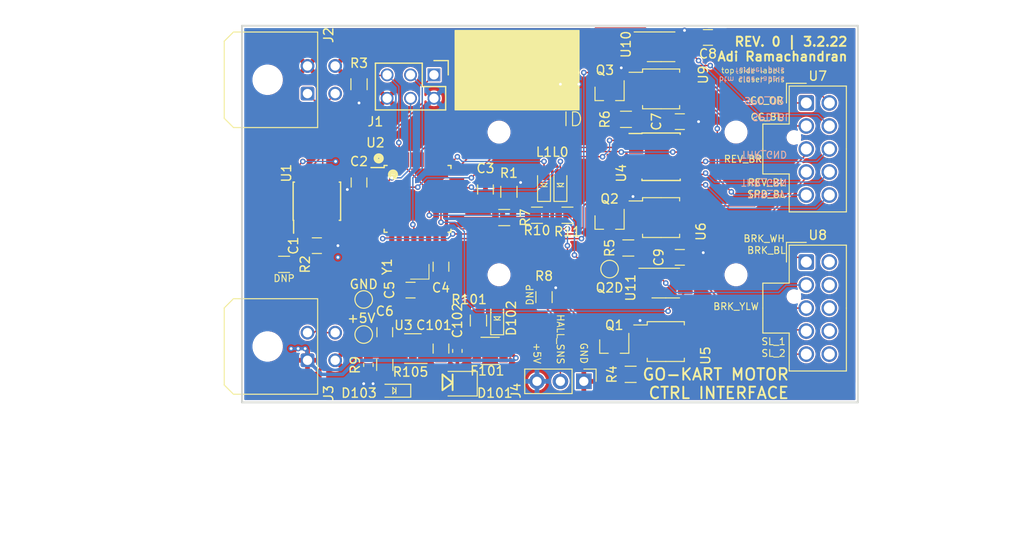
<source format=kicad_pcb>
(kicad_pcb (version 20211014) (generator pcbnew)
  (layers (0 "F.Cu" power) (31 "B.Cu" power) (34 "B.Paste" user) (35 "F.Paste" user) (36 "B.SilkS" user "B.Silkscreen") (37 "F.SilkS" user "F.Silkscreen") (38 "B.Mask" user) (39 "F.Mask" user) (44 "Edge.Cuts" user))
  (net 0 "")
  (net 1 "GND")
  (net 2 "Net-(C101-Pad1)")
  (net 3 "Net-(D102-Pad2)")
  (net 4 "Net-(D103-Pad2)")
  (net 5 "+5V")
  (net 6 "Net-(C3-Pad1)")
  (net 7 "Net-(C4-Pad1)")
  (net 8 "Net-(C5-Pad1)")
  (net 9 "Net-(C6-Pad1)")
  (net 10 "+BATT")
  (net 11 "/RESET")
  (net 12 "/MOSI")
  (net 13 "/SCK")
  (net 14 "/MISO")
  (net 15 "/CAN_+")
  (net 16 "/CAN_-")
  (net 17 "Net-(Q1-Pad3)")
  (net 18 "/SL_MODE")
  (net 19 "Net-(Q2-Pad3)")
  (net 20 "/REVERSE")
  (net 21 "Net-(Q3-Pad3)")
  (net 22 "/CRUISE_CONTROL")
  (net 23 "Net-(R4-Pad1)")
  (net 24 "Net-(R5-Pad1)")
  (net 25 "Net-(R6-Pad1)")
  (net 26 "/ID_PULLDOWN")
  (net 27 "/HALL_SNS")
  (net 28 "Net-(U1-Pad5)")
  (net 29 "/CAN_RX")
  (net 30 "/CAN_TX")
  (net 31 "Net-(U2-Pad32)")
  (net 32 "/BRK_INH")
  (net 33 "Net-(U2-Pad29)")
  (net 34 "/SPD_A")
  (net 35 "/SPD_INH")
  (net 36 "/POT_U~{D}")
  (net 37 "/POT_~{CS}")
  (net 38 "/POT_CLK")
  (net 39 "Net-(U2-Pad21)")
  (net 40 "Net-(U2-Pad15)")
  (net 41 "Net-(U2-Pad14)")
  (net 42 "Net-(U2-Pad13)")
  (net 43 "/BRK_A")
  (net 44 "/CONN_THR_GND")
  (net 45 "/CONN_THR_GREEN")
  (net 46 "/CONN_THR_5V")
  (net 47 "/CONN_SL_1")
  (net 48 "/CONN_SL_2")
  (net 49 "/CONN_REVERSE_BROWN")
  (net 50 "/CONN_REVERSE_BLACK")
  (net 51 "/CONN_SPD_ORANGE")
  (net 52 "/CONN_SPD_BLACK")
  (net 53 "/CONN_SPD_BLUE")
  (net 54 "/CONN_CC_ORANGE")
  (net 55 "/CONN_CC_BLACK")
  (net 56 "Net-(U8-Pad10)")
  (net 57 "Net-(U8-Pad9)")
  (net 58 "Net-(U8-Pad8)")
  (net 59 "Net-(U8-Pad7)")
  (net 60 "Net-(U8-Pad6)")
  (net 61 "/CONN_BRK_YELLOW")
  (net 62 "/CONN_BRK_BLACK")
  (net 63 "/CONN_BRK_WHITE")
  (net 64 "Net-(D1-Pad1)")
  (net 65 "/LED_1")
  (net 66 "Net-(D2-Pad1)")
  (net 67 "/LED_0")
  (footprint "footprints:Fuse_1210" (layer "F.Cu") (at 151.384 114.046)
    (fp_text reference "F101")
    (fp_text value "F_500mA_16V" hide)
  )
  (footprint "footprints:R_0805_OEM" (layer "F.Cu") (at 139.954 115.57 -90)
    (fp_text reference "R105")
    (fp_text value "R_200" hide)
  )
  (footprint "footprints:LED_0805_OEM" (layer "F.Cu") (at 140.97 118.364 180)
    (fp_text reference "D103")
    (fp_text value "LED_0805" hide)
  )
  (footprint "footprints:LED_0805_OEM" (layer "F.Cu") (at 152.146 110.49 90)
    (fp_text reference "D102")
    (fp_text value "LED_0805" hide)
  )
  (footprint "footprints:C_0805_OEM" (layer "F.Cu") (at 146.05 113.792 90)
    (fp_text reference "C101")
    (fp_text value "C_0.1uF" hide)
  )
  (footprint "footprints:C_0603_1608Metric" (layer "F.Cu") (at 147.828 114.046 90)
    (fp_text reference "C102")
    (fp_text value "C_2.2uF")
  )
  (footprint "footprints:R_0805_OEM" (layer "F.Cu") (at 150.114 110.744 90)
    (fp_text reference "R101")
    (fp_text value "R_1K" hide)
  )
  (footprint "footprints:C_0805_OEM" (layer "F.Cu") (at 132.588 102.616 180)
    (fp_text reference "C1")
    (fp_text value "C_0.1uF" hide)
  )
  (footprint "footprints:C_0805_OEM" (layer "F.Cu") (at 137.16 95.758 90)
    (fp_text reference "C2")
    (fp_text value "C_0.1uF" hide)
  )
  (footprint "footprints:C_0805_OEM" (layer "F.Cu") (at 146.05 104.902 -90)
    (fp_text reference "C4")
    (fp_text value "C_30pF" hide)
  )
  (footprint "footprints:C_0805_OEM" (layer "F.Cu") (at 142.748 107.442)
    (fp_text reference "C5")
    (fp_text value "C_30pF" hide)
  )
  (footprint "footprints:C_0805_OEM" (layer "F.Cu") (at 139.954 112.014 90)
    (fp_text reference "C6")
    (fp_text value "C_1uF" hide)
  )
  (footprint "footprints:R_0805_OEM" (layer "F.Cu") (at 153.416 96.774 -90)
    (fp_text reference "R1")
    (fp_text value "R_100" hide)
  )
  (footprint "footprints:R_0805_OEM" (layer "F.Cu") (at 129.032 104.648)
    (fp_text reference "R2")
    (fp_text value "R_120_DNP" hide)
  )
  (footprint "footprints:R_0805_OEM" (layer "F.Cu") (at 166.624 116.586 180)
    (fp_text reference "R4")
    (fp_text value "R_1K" hide)
  )
  (footprint "footprints:R_0805_OEM" (layer "F.Cu") (at 166.37 102.87 180)
    (fp_text reference "R5")
    (fp_text value "R_1K" hide)
  )
  (footprint "footprints:SOIC-8_3.9x4.9mm_Pitch1.27mm_OEM" (layer "F.Cu") (at 132.588 97.79 90)
    (fp_text reference "U1")
    (fp_text value "MCP2561-E_SN" hide)
  )
  (footprint "footprints:TQFP-32_7x7mm_Pitch0.8mm" (layer "F.Cu") (at 143.51 97.536)
    (fp_text reference "U2")
    (fp_text value "ATMEGA16M1" hide)
  )
  (footprint "Package_SO:SOP-4_3.8x4.1mm_P2.54mm" (layer "F.Cu") (at 169.926 99.568)
    (fp_text reference "U6")
    (fp_text value "CPC1004N")
  )
  (footprint "footprints:NanoFit_VT_10" (layer "F.Cu") (at 185.674 87.122)
    (fp_text reference "U7")
    (fp_text value "NanoFit_VT_TH_10")
  )
  (footprint "footprints:NanoFit_VT_10" (layer "F.Cu") (at 185.674 104.394)
    (fp_text reference "U8")
    (fp_text value "NanoFit_VT_TH_10")
  )
  (footprint "Package_SO:MSOP-8_3x3mm_P0.65mm" (layer "F.Cu") (at 170.434 106.68)
    (fp_text reference "U11")
    (fp_text value "SN74LVC2G53")
  )
  (footprint "footprints:Crystal_SMD_FA238" (layer "F.Cu") (at 142.748 104.648 180)
    (fp_text reference "Y1")
    (fp_text value "Crystal_SMD" hide)
  )
  (footprint "footprints:MicroFit_RA_4" (layer "F.Cu") (at 131.572 115.062 90)
    (fp_text reference "J3")
    (fp_text value "MicroFit_RA_4")
  )
  (footprint "Package_SO:SOP-4_3.8x4.1mm_P2.54mm" (layer "F.Cu") (at 170.434 113.03)
    (fp_text reference "U5")
    (fp_text value "CPC1004N")
  )
  (footprint "footprints:SOT-23F" (layer "F.Cu") (at 164.338 100.076 -90)
    (fp_text reference "Q2")
    (fp_text value "SSM3K333R" hide)
  )
  (footprint "footprints:C_0805_OEM" (layer "F.Cu") (at 171.958 89.154 180)
    (fp_text reference "C7")
    (fp_text value "C_0.1uF" hide)
  )
  (footprint "footprints:C_0805_OEM" (layer "F.Cu") (at 171.958 103.886 180)
    (fp_text reference "C9")
    (fp_text value "C_0.1uF" hide)
  )
  (footprint "footprints:C_0805_OEM" (layer "F.Cu") (at 175.006 80.01)
    (fp_text reference "C8")
    (fp_text value "C_0.1uF" hide)
  )
  (footprint "footprints:R_0805_OEM" (layer "F.Cu") (at 152.908 99.568)
    (fp_text reference "R7")
    (fp_text value "R_10K" hide)
  )
  (footprint "Connector_PinHeader_2.54mm:PinHeader_1x03_P2.54mm_Vertical" (layer "F.Cu") (at 161.544 117.348 -90)
    (fp_text reference "J4")
    (fp_text value "CONN_01X03")
  )
  (footprint "footprints:SOIC-8_3.9x4.9mm_Pitch1.27mm_OEM" (layer "F.Cu") (at 169.926 92.964)
    (fp_text reference "U4")
    (fp_text value "AD5220BRZ50" hide)
  )
  (footprint "Package_SO:MSOP-8_3x3mm_P0.65mm" (layer "F.Cu") (at 169.926 81.026)
    (fp_text reference "U10")
    (fp_text value "SN74LVC2G53")
  )
  (footprint "Package_SO:SOP-4_3.8x4.1mm_P2.54mm" (layer "F.Cu") (at 169.926 85.598)
    (fp_text reference "U9")
    (fp_text value "CPC1004N")
  )
  (footprint "footprints:SOT-23F" (layer "F.Cu") (at 164.338 86.106 -90)
    (fp_text reference "Q3")
    (fp_text value "SSM3K333R" hide)
  )
  (footprint "footprints:R_0805_OEM" (layer "F.Cu") (at 166.116 88.9 180)
    (fp_text reference "R6")
    (fp_text value "R_1K" hide)
  )
  (footprint "footprints:C_0805_OEM" (layer "F.Cu") (at 150.876 96.52 90)
    (fp_text reference "C3")
    (fp_text value "C_100pF" hide)
  )
  (footprint "footprints:R_0805_OEM" (layer "F.Cu") (at 157.226 108.204 -90)
    (fp_text reference "R8")
    (fp_text value "R_10K" hide)
  )
  (footprint "footprints:R_0805_OEM" (layer "F.Cu") (at 137.16 85.09 90)
    (fp_text reference "R3")
    (fp_text value "R_10K" hide)
  )
  (footprint "footprints:Pin_Header_Straight_2x03" (layer "F.Cu") (at 145.288 84.074 -90)
    (fp_text reference "J1")
    (fp_text value "CONN_02X03" hide)
  )
  (footprint "formula:MountingHole_2.2mm_M2" (layer "F.Cu") (at 178.054 90.286)
    (fp_text reference "REF**")
    (fp_text value "MountingHole_2.2mm_M2" hide)
  )
  (footprint "footprints:DO-214AA" (layer "F.Cu") (at 146.812 117.602 180)
    (fp_text reference "D101")
    (fp_text value "D_Zener_18V" hide)
  )
  (footprint "footprints:R_0603_1608Metric" (layer "F.Cu") (at 138.176 115.57 90)
    (fp_text reference "R9")
    (fp_text value "R_0")
  )
  (footprint "footprints:SOT-23-5" (layer "F.Cu") (at 143.002 113.792 180)
    (fp_text reference "U3")
    (fp_text value "AP7370")
  )
  (footprint "footprints:SOT-23F" (layer "F.Cu") (at 164.846 113.538 -90)
    (fp_text reference "Q1")
    (fp_text value "SSM3K333R" hide)
  )
  (footprint "footprints:MicroFit_RA_4" (layer "F.Cu") (at 131.572 86.106 90)
    (fp_text reference "J2")
    (fp_text value "MicroFit_RA_4")
  )
  (footprint "footprints:LED_0805_OEM" (layer "F.Cu") (at 159.004 96.012 90)
    (fp_text reference "L0")
    (fp_text value "LED_0805" hide)
  )
  (footprint "TestPoint:TestPoint_Pad_D1.5mm" (layer "F.Cu") (at 137.668 108.458)
    (fp_text reference "GND")
    (fp_text value "Test_Point_SMD")
  )
  (footprint "TestPoint:TestPoint_Pad_D1.5mm" (layer "F.Cu") (at 137.668 112.268)
    (fp_text reference "+5V")
    (fp_text value "Test_Point_SMD")
  )
  (footprint "footprints:R_0805_OEM" (layer "F.Cu") (at 156.464 99.314 180)
    (fp_text reference "R10")
    (fp_text value "R_499" hide)
  )
  (footprint "footprints:LED_0805_OEM" (layer "F.Cu") (at 157.226 96.012 90)
    (fp_text reference "L1")
    (fp_text value "LED_0805" hide)
  )
  (footprint "footprints:R_0805_OEM" (layer "F.Cu") (at 159.766 99.314)
    (fp_text reference "R11")
    (fp_text value "R_499" hide)
  )
  (footprint "TestPoint:TestPoint_Pad_D1.5mm" (layer "F.Cu") (at 164.338 105.156)
    (fp_text reference "Q2D")
    (fp_text value "Test_Point_SMD")
  )
  (footprint "formula:MountingHole_2.2mm_M2" (layer "F.Cu") (at 178.054 105.78)
    (fp_text reference "REF**")
    (fp_text value "MountingHole_2.2mm_M2" hide)
  )
  (footprint "formula:MountingHole_2.2mm_M2" (layer "F.Cu") (at 152.348 105.78)
    (fp_text reference "REF**")
    (fp_text value "MountingHole_2.2mm_M2" hide)
  )
  (footprint "formula:MountingHole_2.2mm_M2" (layer "F.Cu") (at 152.348 90.286)
    (fp_text reference "REF**")
    (fp_text value "MountingHole_2.2mm_M2" hide)
  )
  (gr_poly (pts (xy 161.036 87.884) (xy 147.574 87.884) (xy 147.574 79.248) (xy 161.036 79.248)) (layer "F.SilkS") (width 0.1) (fill solid))
  (gr_line (start 191.262 119.634) (end 124.46 119.634) (layer "Edge.Cuts") (width 0.2))
  (gr_line (start 124.46 78.74) (end 191.262 78.74) (layer "Edge.Cuts") (width 0.2))
  (gr_line (start 124.46 119.634) (end 124.46 78.74) (layer "Edge.Cuts") (width 0.2))
  (gr_line (start 191.262 78.74) (end 191.262 119.634) (layer "Edge.Cuts") (width 0.2))
  (gr_text "~{gnarly}" (at 189.992 118.11) (layer "F.Cu") (effects (font (size 0.4 0.4) (thickness 0.06) italic)))
  (gr_text "SPD_OR" (at 181.102 86.868 180) (layer "B.SilkS") (effects (font (size 0.75 0.75) (thickness 0.11)) (justify mirror)))
  (gr_text "THR_5V" (at 181.356 97.028 180) (layer "B.SilkS") (effects (font (size 0.75 0.75) (thickness 0.11)) (justify mirror)))
  (gr_text "THR_GRN" (at 181.102 95.758 180) (layer "B.SilkS") (effects (font (size 0.75 0.75) (thickness 0.11)) (justify mirror)))
  (gr_text "btm side labels\nfurther pins" (at 183.388 84.074 180) (layer "B.SilkS") (effects (font (size 0.6 0.6) (thickness 0.08)) (justify right mirror)))
  (gr_text "SPD_BL\n" (at 181.864 88.646 180) (layer "B.SilkS") (effects (font (size 0.75 0.75) (thickness 0.11)) (justify mirror)))
  (gr_text "THR_GND" (at 181.102 92.71 180) (layer "B.SilkS") (effects (font (size 0.75 0.75) (thickness 0.11)) (justify mirror)))
  (gr_text "BRK_YLW" (at 178.054 109.22) (layer "F.SilkS") (effects (font (size 0.75 0.75) (thickness 0.11))))
  (gr_text "REV_BL" (at 181.356 95.758) (layer "F.SilkS") (effects (font (size 0.75 0.75) (thickness 0.11))))
  (gr_text "CC_BL" (at 181.356 88.646) (layer "F.SilkS") (effects (font (size 0.75 0.75) (thickness 0.11))))
  (gr_text "SPD_BL" (at 181.356 97.028) (layer "F.SilkS") (effects (font (size 0.75 0.75) (thickness 0.11))))
  (gr_text "CC_OR" (at 181.356 86.868) (layer "F.SilkS") (effects (font (size 0.75 0.75) (thickness 0.11))))
  (gr_text "REV. 0 | 3.2.22\nAdi Ramachandran" (at 190.246 81.28) (layer "F.SilkS") (effects (font (size 1 1) (thickness 0.2)) (justify right)))
  (gr_text "HALL_SNS" (at 159.004 112.776 270) (layer "F.SilkS") (effects (font (size 0.75 0.75) (thickness 0.11))))
  (gr_text "+5V" (at 156.464 114.3 270) (layer "F.SilkS") (effects (font (size 0.75 0.75) (thickness 0.11))))
  (gr_text "GO-KART MOTOR\nCTRL INTERFACE\n" (at 183.896 117.602) (layer "F.SilkS") (effects (font (size 1.25 1.25) (thickness 0.2)) (justify right)))
  (gr_text "GND" (at 161.544 114.3 270) (layer "F.SilkS") (effects (font (size 0.75 0.75) (thickness 0.11))))
  (gr_text "REV_BR" (at 178.816 93.218) (layer "F.SilkS") (effects (font (size 0.75 0.75) (thickness 0.11))))
  (gr_text "BRK_BL" (at 181.356 103.124) (layer "F.SilkS") (effects (font (size 0.75 0.75) (thickness 0.11))))
  (gr_text "BRK_WH" (at 181.102 101.854) (layer "F.SilkS") (effects (font (size 0.75 0.75) (thickness 0.11))))
  (gr_text "SL_2" (at 182.118 114.3) (layer "F.SilkS") (effects (font (size 0.75 0.75) (thickness 0.11))))
  (gr_text "top side labels\ncloser pins" (at 183.388 84.074) (layer "F.SilkS") (effects (font (size 0.6 0.6) (thickness 0.08)) (justify right)))
  (gr_text "ID" (at 161.544 88.9) (layer "F.SilkS") (effects (font (size 1.5 1.5) (thickness 0.12)) (justify right)))
  (gr_text "DNP" (at 155.702 107.95 90) (layer "F.SilkS") (effects (font (size 0.75 0.75) (thickness 0.11))))
  (gr_text "SL_1" (at 182.118 113.03) (layer "F.SilkS") (effects (font (size 0.75 0.75) (thickness 0.11))))
  (gr_text "DNP" (at 129.032 106.172) (layer "F.SilkS") (effects (font (size 0.75 0.75) (thickness 0.11))))
  (segment (start 131.588 102.878) (end 132.596 103.886) (width 0.1524) (layer "F.Cu") (net 1))
  (segment (start 141.648 103.848) (end 141.748 103.848) (width 0.1524) (layer "F.Cu") (net 1))
  (segment (start 143.748 105.548) (end 143.848 105.448) (width 0.1524) (layer "F.Cu") (net 1))
  (segment (start 132.596 103.886) (end 134.874 103.886) (width 0.1524) (layer "F.Cu") (net 1))
  (segment (start 167.8135 81.351) (end 167.8135 82.001) (width 0.1524) (layer "F.Cu") (net 1))
  (segment (start 144.302 105.902) (end 143.848 105.448) (width 0.1524) (layer "F.Cu") (net 1))
  (segment (start 153.858 99.568) (end 155.26 99.568) (width 0.1524) (layer "F.Cu") (net 1))
  (segment (start 163.388 85.056) (end 161.0446 85.056) (width 0.1524) (layer "F.Cu") (net 1))
  (segment (start 131.588 102.616) (end 131.588 100.855) (width 0.1524) (layer "F.Cu") (net 1))
  (segment (start 155.26 99.568) (end 155.514 99.314) (width 0.1524) (layer "F.Cu") (net 1))
  (segment (start 131.588 100.855) (end 131.953 100.49) (width 0.1524) (layer "F.Cu") (net 1))
  (segment (start 146.05 105.902) (end 144.302 105.902) (width 0.1524) (layer "F.Cu") (net 1))
  (segment (start 143.748 107.442) (end 143.748 105.548) (width 0.1524) (layer "F.Cu") (net 1))
  (segment (start 130.683 93.853) (end 131.064 93.472) (width 0.1524) (layer "F.Cu") (net 1))
  (segment (start 131.588 102.616) (end 131.588 102.878) (width 0.1524) (layer "F.Cu") (net 1))
  (segment (start 161.0446 85.056) (end 161.0106 85.09) (width 0.1524) (layer "F.Cu") (net 1))
  (segment (start 168.3215 107.655) (end 168.3215 107.005) (width 0.1524) (layer "F.Cu") (net 1))
  (segment (start 143.348 105.448) (end 143.848 105.448) (width 0.1524) (layer "F.Cu") (net 1))
  (segment (start 141.748 103.848) (end 143.348 105.448) (width 0.1524) (layer "F.Cu") (net 1))
  (segment (start 130.683 95.09) (end 130.683 93.853) (width 0.1524) (layer "F.Cu") (net 1))
  (via (at 159.004 85.09) (size 0.6096) (drill 0.3048) (layers "F.Cu" "B.Cu") (net 1))
  (via (at 134.62 93.472) (size 0.6096) (drill 0.3048) (layers "F.Cu" "B.Cu") (net 1))
  (via (at 131.064 93.472) (size 0.6096) (drill 0.3048) (layers "F.Cu" "B.Cu") (net 1))
  (via (at 161.0106 85.09) (size 0.6096) (drill 0.3048) (layers "F.Cu" "B.Cu") (net 1))
  (via (at 134.874 103.886) (size 0.6096) (drill 0.3048) (layers "F.Cu" "B.Cu") (net 1))
  (segment (start 161.0106 85.09) (end 159.004 85.09) (width 0.1524) (layer "B.Cu") (net 1))
  (segment (start 131.064 93.472) (end 134.62 93.472) (width 0.1524) (layer "B.Cu") (net 1))
  (segment (start 146 114.742) (end 146.05 114.792) (width 0.381) (layer "F.Cu") (net 2))
  (segment (start 149.86 114.046) (end 149.0725 114.8335) (width 0.381) (layer "F.Cu") (net 2))
  (segment (start 147.7865 114.792) (end 147.828 114.8335) (width 0.381) (layer "F.Cu") (net 2))
  (segment (start 150.114 113.866) (end 149.934 114.046) (width 0.381) (layer "F.Cu") (net 2))
  (segment (start 149.0725 114.8335) (end 147.828 114.8335) (width 0.381) (layer "F.Cu") (net 2))
  (segment (start 144.102 114.742) (end 146 114.742) (width 0.381) (layer "F.Cu") (net 2))
  (segment (start 147.828 114.8335) (end 147.828 116.586) (width 0.381) (layer "F.Cu") (net 2))
  (segment (start 146.05 114.792) (end 147.7865 114.792) (width 0.381) (layer "F.Cu") (net 2))
  (segment (start 150.114 111.694) (end 150.114 113.866) (width 0.381) (layer "F.Cu") (net 2))
  (segment (start 149.934 114.046) (end 149.86 114.046) (width 0.381) (layer "F.Cu") (net 2))
  (segment (start 147.828 116.586) (end 148.844 117.602) (width 0.381) (layer "F.Cu") (net 2))
  (segment (start 150.772 109.136) (end 150.114 109.794) (width 0.1524) (layer "F.Cu") (net 3))
  (segment (start 152.146 109.136) (end 150.772 109.136) (width 0.1524) (layer "F.Cu") (net 3))
  (segment (start 139.87 116.604) (end 139.954 116.52) (width 0.1524) (layer "F.Cu") (net 4))
  (segment (start 139.87 118.364) (end 139.87 116.604) (width 0.1524) (layer "F.Cu") (net 4))
  (segment (start 137.16 86.04) (end 137.16 87.122) (width 0.1524) (layer "F.Cu") (net 5))
  (segment (start 137.668 117.602) (end 138.176 117.094) (width 0.381) (layer "F.Cu") (net 5))
  (segment (start 138.684 117.602) (end 138.684 117.602) (width 0.381) (layer "F.Cu") (net 5))
  (segment (start 172.0385 80.051) (end 173.965 80.051) (width 0.1524) (layer "F.Cu") (net 5))
  (segment (start 172.626 89.486) (end 172.958 89.154) (width 0.1524) (layer "F.Cu") (net 5))
  (segment (start 167.176 97.58) (end 166.878 97.282) (width 0.1524) (layer "F.Cu") (net 5))
  (segment (start 133.223 100.49) (end 133.223 102.251) (width 0.1524) (layer "F.Cu") (net 5))
  (segment (start 133.223 102.251) (end 133.588 102.616) (width 0.1524) (layer "F.Cu") (net 5))
  (segment (start 133.588 102.616) (end 134.874 102.616) (width 0.1524) (layer "F.Cu") (net 5))
  (segment (start 138.176 116.3575) (end 138.176 117.094) (width 0.381) (layer "F.Cu") (net 5))
  (segment (start 139.26 97.136) (end 137.538 97.136) (width 0.1524) (layer "F.Cu") (net 5))
  (segment (start 137.16 96.758) (end 136.128 96.758) (width 0.1524) (layer "F.Cu") (net 5))
  (segment (start 173.965 80.051) (end 174.006 80.01) (width 0.1524) (layer "F.Cu") (net 5))
  (segment (start 172.626 91.059) (end 172.626 89.486) (width 0.1524) (layer "F.Cu") (net 5))
  (segment (start 172.958 103.886) (end 173.99 103.886) (width 0.1524) (layer "F.Cu") (net 5))
  (segment (start 157.226 107.254) (end 158.43 107.254) (width 0.1524) (layer "F.Cu") (net 5))
  (segment (start 172.0385 80.051) (end 172.0385 79.6755) (width 0.1524) (layer "F.Cu") (net 5))
  (segment (start 167.176 98.298) (end 167.176 97.58) (width 0.1524) (layer "F.Cu") (net 5))
  (segment (start 173.99 103.886) (end 174.498 103.378) (width 0.1524) (layer "F.Cu") (net 5))
  (segment (start 136.128 96.758) (end 135.89 96.52) (width 0.1524) (layer "F.Cu") (net 5))
  (segment (start 167.684 111.76) (end 167.684 110.788) (width 0.1524) (layer "F.Cu") (net 5))
  (segment (start 133.588 102.616) (end 133.588 102.886) (width 0.1524) (layer "F.Cu") (net 5))
  (segment (start 154.62 95.824) (end 154.686 95.758) (width 0.1524) (layer "F.Cu") (net 5))
  (segment (start 137.668 117.602) (end 137.668 117.602) (width 0.381) (layer "F.Cu") (net 5))
  (segment (start 138.176 117.094) (end 138.684 117.602) (width 0.381) (layer "F.Cu") (net 5))
  (segment (start 167.684 110.788) (end 167.64 110.744) (width 0.1524) (layer "F.Cu") (net 5))
  (segment (start 153.416 95.824) (end 154.62 95.824) (width 0.1524) (layer "F.Cu") (net 5))
  (segment (start 172.958 89.154) (end 173.99 89.154) (width 0.1524) (layer "F.Cu") (net 5))
  (segment (start 172.958 103.886) (end 172.958 105.2935) (width 0.1524) (layer "F.Cu") (net 5))
  (segment (start 158.43 107.254) (end 158.496 107.188) (width 0.1524) (layer "F.Cu") (net 5))
  (segment (start 166.16 83.312) (end 165.608 83.312) (width 0.1524) (layer "F.Cu") (net 5))
  (segment (start 172.958 105.2935) (end 172.5465 105.705) (width 0.1524) (layer "F.Cu") (net 5))
  (segment (start 167.176 84.328) (end 166.16 83.312) (width 0.1524) (layer "F.Cu") (net 5))
  (segment (start 172.0385 79.6755) (end 172.466 79.248) (width 0.1524) (layer "F.Cu") (net 5))
  (segment (start 137.538 97.136) (end 137.16 96.758) (width 0.1524) (layer "F.Cu") (net 5))
  (via (at 137.16 87.122) (size 0.6096) (drill 0.3048) (layers "F.Cu" "B.Cu") (net 5))
  (via (at 134.874 102.616) (size 0.6096) (drill 0.3048) (layers "F.Cu" "B.Cu") (net 5))
  (via (at 137.668 117.602) (size 0.6096) (drill 0.3048) (layers "F.Cu" "B.Cu") (net 5))
  (via (at 173.99 89.154) (size 0.6096) (drill 0.3048) (layers "F.Cu" "B.Cu") (net 5))
  (via (at 135.89 96.52) (size 0.6096) (drill 0.3048) (layers "F.Cu" "B.Cu") (net 5))
  (via (at 138.684 117.602) (size 0.6096) (drill 0.3048) (layers "F.Cu" "B.Cu") (net 5))
  (via (at 165.608 83.312) (size 0.6096) (drill 0.3048) (layers "F.Cu" "B.Cu") (net 5))
  (via (at 166.878 97.282) (size 0.6096) (drill 0.3048) (layers "F.Cu" "B.Cu") (net 5))
  (via (at 167.64 110.744) (size 0.6096) (drill 0.3048) (layers "F.Cu" "B.Cu") (net 5))
  (via (at 174.498 103.378) (size 0.6096) (drill 0.3048) (layers "F.Cu" "B.Cu") (net 5))
  (via (at 172.466 79.248) (size 0.6096) (drill 0.3048) (layers "F.Cu" "B.Cu") (net 5))
  (via (at 158.496 107.188) (size 0.6096) (drill 0.3048) (layers "F.Cu" "B.Cu") (net 5))
  (via (at 154.686 95.758) (size 0.6096) (drill 0.3048) (layers "F.Cu" "B.Cu") (net 5))
  (segment (start 149.66 98.736) (end 150.876 97.52) (width 0.1524) (layer "F.Cu") (net 6))
  (segment (start 147.76 98.736) (end 149.66 98.736) (width 0.1524) (layer "F.Cu") (net 6))
  (segment (start 153.416 97.724) (end 151.08 97.724) (width 0.1524) (layer "F.Cu") (net 6))
  (segment (start 151.08 97.724) (end 150.876 97.52) (width 0.1524) (layer "F.Cu") (net 6))
  (segment (start 146.05 103.902) (end 143.902 103.902) (width 0.1524) (layer "F.Cu") (net 7))
  (segment (start 143.902 103.902) (end 143.848 103.848) (width 0.1524) (layer "F.Cu") (net 7))
  (segment (start 143.748 103.848) (end 143.848 103.848) (width 0.1524) (layer "F.Cu") (net 7))
  (segment (start 142.31 101.786) (end 142.31 102.41) (width 0.1524) (layer "F.Cu") (net 7))
  (segment (start 142.31 102.41) (end 143.748 103.848) (width 0.1524) (layer "F.Cu") (net 7))
  (segment (start 141.51 101.786) (end 141.51 102.7384) (width 0.1524) (layer "F.Cu") (net 8))
  (segment (start 140.914518 102.87) (end 140.462 103.322518) (width 0.1524) (layer "F.Cu") (net 8))
  (segment (start 141.51 102.7384) (end 141.3784 102.87) (width 0.1524) (layer "F.Cu") (net 8))
  (segment (start 141.3784 102.87) (end 140.914518 102.87) (width 0.1524) (layer "F.Cu") (net 8))
  (segment (start 140.462 105.1144) (end 140.7956 105.448) (width 0.1524) (layer "F.Cu") (net 8))
  (segment (start 140.462 103.322518) (end 140.462 105.1144) (width 0.1524) (layer "F.Cu") (net 8))
  (segment (start 141.648 107.342) (end 141.748 107.442) (width 0.1524) (layer "F.Cu") (net 8))
  (segment (start 140.7956 105.448) (end 141.648 105.448) (width 0.1524) (layer "F.Cu") (net 8))
  (segment (start 141.648 105.448) (end 141.648 107.342) (width 0.1524) (layer "F.Cu") (net 8))
  (segment (start 138.43 113.03) (end 139.938 113.03) (width 0.1524) (layer "F.Cu") (net 9))
  (segment (start 140.076 114.742) (end 139.954 114.62) (width 0.381) (layer "F.Cu") (net 9))
  (segment (start 141.902 114.742) (end 140.076 114.742) (width 0.381) (layer "F.Cu") (net 9))
  (segment (start 139.954 114.62) (end 139.954 113.014) (width 0.381) (layer "F.Cu") (net 9))
  (segment (start 139.938 113.03) (end 139.954 113.014) (width 0.1524) (layer "F.Cu") (net 9))
  (segment (start 137.668 112.268) (end 138.43 113.03) (width 0.1524) (layer "F.Cu") (net 9))
  (segment (start 139.954 114.62) (end 138.3385 114.62) (width 0.381) (layer "F.Cu") (net 9))
  (segment (start 138.3385 114.62) (end 138.176 114.7825) (width 0.381) (layer "F.Cu") (net 9))
  (segment (start 153.416 114.046) (end 154.178 114.808) (width 0.381) (layer "F.Cu") (net 10))
  (segment (start 152.834 114.046) (end 153.416 114.046) (width 0.381) (layer "F.Cu") (net 10))
  (via (at 129.794 113.792) (size 0.6096) (drill 0.3048) (layers "F.Cu" "B.Cu") (net 10))
  (via (at 130.556 113.792) (size 0.6096) (drill 0.3048) (layers "F.Cu" "B.Cu") (net 10))
  (via (at 131.318 113.792) (size 0.6096) (drill 0.3048) (layers "F.Cu" "B.Cu") (net 10))
  (via (at 154.178 114.808) (size 0.6096) (drill 0.3048) (layers "F.Cu" "B.Cu") (net 10))
  (segment (start 129.794 113.792) (end 129.794 113.792) (width 0.381) (layer "B.Cu") (net 10))
  (segment (start 130.556 113.792) (end 129.794 113.792) (width 0.381) (layer "B.Cu") (net 10))
  (segment (start 131.524 115.062) (end 131.524 113.998) (width 0.381) (layer "B.Cu") (net 10))
  (segment (start 131.318 113.792) (end 131.318 113.792) (width 0.381) (layer "B.Cu") (net 10))
  (segment (start 131.318 113.792) (end 130.556 113.792) (width 0.381) (layer "B.Cu") (net 10))
  (segment (start 131.524 113.998) (end 131.318 113.792) (width 0.381) (layer "B.Cu") (net 10))
  (segment (start 136.906 115.062) (end 153.924 115.062) (width 0.381) (layer "B.Cu") (net 10))
  (segment (start 153.924 115.062) (end 154.178 114.808) (width 0.381) (layer "B.Cu") (net 10))
  (segment (start 136.906 115.062) (end 135.382 116.586) (width 0.381) (layer "B.Cu") (net 10))
  (segment (start 135.382 116.586) (end 133.096 116.586) (width 0.381) (layer "B.Cu") (net 10))
  (segment (start 133.096 116.586) (end 131.572 115.062) (width 0.381) (layer "B.Cu") (net 10))
  (segment (start 137.16 84.14) (end 140.142 84.14) (width 0.1524) (layer "F.Cu") (net 11))
  (segment (start 140.142 84.14) (end 140.208 84.074) (width 0.1524) (layer "F.Cu") (net 11))
  (segment (start 141.51 93.286) (end 141.51 91.472004) (width 0.1524) (layer "F.Cu") (net 11))
  (segment (start 141.51 91.472004) (end 141.478 91.440004) (width 0.1524) (layer "F.Cu") (net 11))
  (via (at 141.478 91.440004) (size 0.6096) (drill 0.3048) (layers "F.Cu" "B.Cu") (net 11))
  (segment (start 141.478 85.344) (end 141.478 89.1667) (width 0.1524) (layer "B.Cu") (net 11))
  (segment (start 140.208 84.074) (end 141.478 85.344) (width 0.1524) (layer "B.Cu") (net 11))
  (segment (start 141.478 89.1667) (end 141.478 91.440004) (width 0.1524) (layer "B.Cu") (net 11))
  (segment (start 140.43 95.536) (end 140.716 95.25) (width 0.1524) (layer "F.Cu") (net 12))
  (segment (start 139.26 95.536) (end 140.43 95.536) (width 0.1524) (layer "F.Cu") (net 12))
  (via (at 140.716 95.25) (size 0.6096) (drill 0.3048) (layers "F.Cu" "B.Cu") (net 12))
  (segment (start 141.732 95.25) (end 142.748 94.234) (width 0.1524) (layer "B.Cu") (net 12))
  (segment (start 142.748 94.234) (end 142.748 86.614) (width 0.1524) (layer "B.Cu") (net 12))
  (segment (start 140.716 95.25) (end 141.732 95.25) (width 0.1524) (layer "B.Cu") (net 12))
  (segment (start 143.11 101.786) (end 143.11 100.438) (width 0.1524) (layer "F.Cu") (net 13))
  (segment (start 143.11 100.438) (end 143.002 100.33) (width 0.1524) (layer "F.Cu") (net 13))
  (via (at 143.002 100.33) (size 0.6096) (drill 0.3048) (layers "F.Cu" "B.Cu") (net 13))
  (segment (start 144.018 94.234) (end 144.018 85.344) (width 0.1524) (layer "B.Cu") (net 13))
  (segment (start 144.018 85.344) (end 142.748 84.074) (width 0.1524) (layer "B.Cu") (net 13))
  (segment (start 143.002 100.33) (end 143.002 95.25) (width 0.1524) (layer "B.Cu") (net 13))
  (segment (start 143.002 95.25) (end 144.018 94.234) (width 0.1524) (layer "B.Cu") (net 13))
  (segment (start 144.018 87.122) (end 144.018 85.344) (width 0.1524) (layer "F.Cu") (net 14))
  (segment (start 144.018 85.344) (end 145.288 84.074) (width 0.1524) (layer "F.Cu") (net 14))
  (segment (start 139.26 94.736) (end 139.26 91.88) (width 0.1524) (layer "F.Cu") (net 14))
  (segment (start 139.26 91.88) (end 144.018 87.122) (width 0.1524) (layer "F.Cu") (net 14))
  (segment (start 132.842 109.728) (end 132.842 111.506) (width 0.1524) (layer "F.Cu") (net 15))
  (segment (start 128.778 104.648) (end 128.778 105.664) (width 0.1524) (layer "F.Cu") (net 15))
  (segment (start 128.778 104.648) (end 128.082 104.648) (width 0.1524) (layer "F.Cu") (net 15))
  (segment (start 132.842 87.376) (end 132.842 93.218) (width 0.1524) (layer "F.Cu") (net 15))
  (segment (start 132.842 93.218) (end 131.953 94.107) (width 0.1524) (layer "F.Cu") (net 15))
  (segment (start 131.953 95.09) (end 131.953 96.393) (width 0.1524) (layer "F.Cu") (net 15))
  (segment (start 132.842 111.506) (end 132.286 112.062) (width 0.1524) (layer "F.Cu") (net 15))
  (segment (start 131.572 86.106) (end 132.842 87.376) (width 0.1524) (layer "F.Cu") (net 15))
  (segment (start 128.778 105.664) (end 132.842 109.728) (width 0.1524) (layer "F.Cu") (net 15))
  (segment (start 131.953 94.107) (end 131.953 95.09) (width 0.1524) (layer "F.Cu") (net 15))
  (segment (start 131.953 96.393) (end 128.778 99.568) (width 0.1524) (layer "F.Cu") (net 15))
  (segment (start 132.286 112.062) (end 131.572 112.062) (width 0.1524) (layer "F.Cu") (net 15))
  (segment (start 128.778 99.568) (end 128.778 104.648) (width 0.1524) (layer "F.Cu") (net 15))
  (segment (start 133.223 95.631) (end 129.08281 99.77119) (width 0.1524) (layer "F.Cu") (net 16))
  (segment (start 133.14681 111.55681) (end 133.652 112.062) (width 0.1524) (layer "F.Cu") (net 16))
  (segment (start 129.13362 104.648) (end 129.08281 104.59719) (width 0.1524) (layer "F.Cu") (net 16))
  (segment (start 133.223 95.09) (end 133.223 95.631) (width 0.1524) (layer "F.Cu") (net 16))
  (segment (start 129.08281 99.77119) (end 129.08281 104.59719) (width 0.1524) (layer "F.Cu") (net 16))
  (segment (start 133.223 87.503) (end 134.572 86.154) (width 0.1524) (layer "F.Cu") (net 16))
  (segment (start 133.14681 109.601744) (end 133.14681 111.55681) (width 0.1524) (layer "F.Cu") (net 16))
  (segment (start 133.223 95.09) (end 133.223 87.503) (width 0.1524) (layer "F.Cu") (net 16))
  (segment (start 129.08281 104.59719) (end 129.08281 105.537744) (width 0.1524) (layer "F.Cu") (net 16))
  (segment (start 129.982 104.648) (end 129.13362 104.648) (width 0.1524) (layer "F.Cu") (net 16))
  (segment (start 129.08281 105.537744) (end 133.14681 109.601744) (width 0.1524) (layer "F.Cu") (net 16))
  (segment (start 133.652 112.062) (end 134.572 112.062) (width 0.1524) (layer "F.Cu") (net 16))
  (segment (start 134.572 86.154) (end 134.572 86.106) (width 0.1524) (layer "F.Cu") (net 16))
  (segment (start 164.846 115.504) (end 165.928 116.586) (width 0.1524) (layer "F.Cu") (net 17))
  (segment (start 164.846 114.588) (end 164.846 115.504) (width 0.1524) (layer "F.Cu") (net 17))
  (segment (start 159.766 109.22) (end 161.798 111.252) (width 0.1524) (layer "F.Cu") (net 18))
  (segment (start 148.2112 100.7872) (end 159.766 100.7872) (width 0.1524) (layer "F.Cu") (net 18))
  (segment (start 164.56 111.252) (end 165.796 112.488) (width 0.1524) (layer "F.Cu") (net 18))
  (segment (start 147.76 100.336) (end 148.2112 100.7872) (width 0.1524) (layer "F.Cu") (net 18))
  (segment (start 159.766 102.616) (end 159.766 109.22) (width 0.1524) (layer "F.Cu") (net 18))
  (segment (start 161.798 111.252) (end 164.56 111.252) (width 0.1524) (layer "F.Cu") (net 18))
  (via (at 159.766 100.7872) (size 0.6096) (drill 0.3048) (layers "F.Cu" "B.Cu") (net 18))
  (via (at 159.766 102.616) (size 0.6096) (drill 0.3048) (layers "F.Cu" "B.Cu") (net 18))
  (segment (start 159.766 100.7872) (end 159.766 102.616) (width 0.1524) (layer "B.Cu") (net 18))
  (segment (start 164.338 101.788) (end 165.42 102.87) (width 0.1524) (layer "F.Cu") (net 19))
  (segment (start 164.338 101.126) (end 164.338 101.788) (width 0.1524) (layer "F.Cu") (net 19))
  (segment (start 140.71 101.786) (end 139.7934 101.786) (width 0.1524) (layer "F.Cu") (net 20))
  (segment (start 164.306 98.044) (end 161.798 98.044) (width 0.1524) (layer "F.Cu") (net 20))
  (segment (start 161.4678 98.3742) (end 161.4678 100.6094) (width 0.1524) (layer "F.Cu") (net 20))
  (segment (start 139.7934 101.786) (end 139.7254 101.854) (width 0.1524) (layer "F.Cu") (net 20))
  (segment (start 161.4678 100.6094) (end 160.7312 101.346) (width 0.1524) (layer "F.Cu") (net 20))
  (segment (start 160.7312 101.346) (end 147.32 101.346) (width 0.1524) (layer "F.Cu") (net 20))
  (segment (start 161.798 98.044) (end 161.4678 98.3742) (width 0.1524) (layer "F.Cu") (net 20))
  (segment (start 165.288 99.026) (end 164.306 98.044) (width 0.1524) (layer "F.Cu") (net 20))
  (via (at 147.32 101.346) (size 0.6096) (drill 0.3048) (layers "F.Cu" "B.Cu") (net 20))
  (via (at 139.7254 101.854) (size 0.6096) (drill 0.3048) (layers "F.Cu" "B.Cu") (net 20))
  (segment (start 139.7254 101.854) (end 146.812 101.854) (width 0.1524) (layer "B.Cu") (net 20))
  (segment (start 146.812 101.854) (end 147.32 101.346) (width 0.1524) (layer "B.Cu") (net 20))
  (segment (start 164.338 88.072) (end 165.166 88.9) (width 0.1524) (layer "F.Cu") (net 21))
  (segment (start 164.338 87.156) (end 164.338 88.072) (width 0.1524) (layer "F.Cu") (net 21))
  (segment (start 165.288 85.056) (end 164.052 83.82) (width 0.1524) (layer "F.Cu") (net 22))
  (segment (start 146.378 101.854) (end 146.31 101.786) (width 0.1524) (layer "F.Cu") (net 22))
  (segment (start 146.886 102.362) (end 147.574 102.362) (width 0.1524) (layer "F.Cu") (net 22))
  (segment (start 146.31 101.786) (end 146.886 102.362) (width 0.1524) (layer "F.Cu") (net 22))
  (segment (start 164.052 83.82) (end 161.544 83.82) (width 0.1524) (layer "F.Cu") (net 22))
  (segment (start 148.082 101.854) (end 161.29 101.854) (width 0.1524) (layer "F.Cu") (net 22))
  (segment (start 147.574 102.362) (end 148.082 101.854) (width 0.1524) (layer "F.Cu") (net 22))
  (via (at 161.29 101.854) (size 0.6096) (drill 0.3048) (layers "F.Cu" "B.Cu") (net 22))
  (via (at 161.544 83.82) (size 0.6096) (drill 0.3048) (layers "F.Cu" "B.Cu") (net 22))
  (segment (start 161.544 83.82) (end 161.544 101.6) (width 0.1524) (layer "B.Cu") (net 22))
  (segment (start 161.544 101.6) (end 161.29 101.854) (width 0.1524) (layer "B.Cu") (net 22))
  (segment (start 167.684 114.3) (end 167.684 116.442) (width 0.1524) (layer "F.Cu") (net 23))
  (segment (start 167.684 116.442) (end 167.828 116.586) (width 0.1524) (layer "F.Cu") (net 23))
  (segment (start 167.176 100.838) (end 167.176 102.726) (width 0.1524) (layer "F.Cu") (net 24))
  (segment (start 164.338 105.156) (end 165.034 105.156) (width 0.1524) (layer "F.Cu") (net 24))
  (segment (start 167.176 102.726) (end 167.32 102.87) (width 0.1524) (layer "F.Cu") (net 24))
  (segment (start 165.034 105.156) (end 167.32 102.87) (width 0.1524) (layer "F.Cu") (net 24))
  (segment (start 167.176 88.79) (end 167.066 88.9) (width 0.1524) (layer "F.Cu") (net 25))
  (segment (start 167.176 86.868) (end 167.176 88.79) (width 0.1524) (layer "F.Cu") (net 25))
  (segment (start 147.792 99.568) (end 147.76 99.536) (width 0.1524) (layer "F.Cu") (net 26))
  (segment (start 151.958 99.568) (end 147.792 99.568) (width 0.1524) (layer "F.Cu") (net 26))
  (segment (start 139.192 100.404) (end 139.26 100.336) (width 0.1524) (layer "F.Cu") (net 27))
  (segment (start 159.004 110.932) (end 157.226 109.154) (width 0.1524) (layer "F.Cu") (net 27))
  (segment (start 140.4366 109.1946) (end 139.954 108.712) (width 0.1524) (layer "F.Cu") (net 27))
  (segment (start 147.5486 109.1946) (end 140.4366 109.1946) (width 0.1524) (layer "F.Cu") (net 27))
  (segment (start 139.954 104.14) (end 139.192 103.378) (width 0.1524) (layer "F.Cu") (net 27))
  (segment (start 139.954 108.712) (end 139.954 104.14) (width 0.1524) (layer "F.Cu") (net 27))
  (segment (start 148.5392 108.204) (end 147.5486 109.1946) (width 0.1524) (layer "F.Cu") (net 27))
  (segment (start 159.004 117.348) (end 159.004 110.932) (width 0.1524) (layer "F.Cu") (net 27))
  (segment (start 157.226 109.154) (end 156.276 108.204) (width 0.1524) (layer "F.Cu") (net 27))
  (segment (start 156.276 108.204) (end 148.5392 108.204) (width 0.1524) (layer "F.Cu") (net 27))
  (segment (start 139.192 103.378) (end 139.192 100.404) (width 0.1524) (layer "F.Cu") (net 27))
  (segment (start 139.26 100.336) (end 139.191999 100.404001) (width 0.1524) (layer "F.Cu") (net 27))
  (segment (start 135.447 99.536) (end 139.26 99.536) (width 0.1524) (layer "F.Cu") (net 29))
  (segment (start 134.493 100.49) (end 135.447 99.536) (width 0.1524) (layer "F.Cu") (net 29))
  (segment (start 130.683 100.49) (end 130.683 99.5626) (width 0.1524) (layer "F.Cu") (net 30))
  (segment (start 130.683 99.5626) (end 131.5096 98.736) (width 0.1524) (layer "F.Cu") (net 30))
  (segment (start 131.5096 98.736) (end 139.26 98.736) (width 0.1524) (layer "F.Cu") (net 30))
  (segment (start 142.31 93.286) (end 142.31 94.2384) (width 0.1524) (layer "F.Cu") (net 32))
  (segment (start 144.78 96.7084) (end 144.78 99.314) (width 0.1524) (layer "F.Cu") (net 32))
  (segment (start 163.251 106.355) (end 168.3215 106.355) (width 0.1524) (layer "F.Cu") (net 32))
  (segment (start 160.528 103.632) (end 163.251 106.355) (width 0.1524) (layer "F.Cu") (net 32))
  (segment (start 142.31 94.2384) (end 144.78 96.7084) (width 0.1524) (layer "F.Cu") (net 32))
  (via (at 160.528 103.632) (size 0.6096) (drill 0.3048) (layers "F.Cu" "B.Cu") (net 32))
  (via (at 144.78 99.314) (size 0.6096) (drill 0.3048) (layers "F.Cu" "B.Cu") (net 32))
  (segment (start 160.528 103.632) (end 160.528 100.076) (width 0.1524) (layer "B.Cu") (net 32))
  (segment (start 160.528 100.076) (end 159.766 99.314) (width 0.1524) (layer "B.Cu") (net 32))
  (segment (start 159.766 99.314) (end 144.78 99.314) (width 0.1524) (layer "B.Cu") (net 32))
  (segment (start 143.91 93.286) (end 143.91 92.3336) (width 0.1524) (layer "F.Cu") (net 34))
  (segment (start 171.226 82.001) (end 172.0385 82.001) (width 0.1524) (layer "F.Cu") (net 34))
  (segment (start 160.02 85.267066) (end 160.02 81.788) (width 0.1524) (layer "F.Cu") (net 34))
  (segment (start 168.219 78.994) (end 171.226 82.001) (width 0.1524) (layer "F.Cu") (net 34))
  (segment (start 160.02 81.788) (end 162.814 78.994) (width 0.1524) (layer "F.Cu") (net 34))
  (segment (start 148.918411 87.325189) (end 157.961877 87.325189) (width 0.1524) (layer "F.Cu") (net 34))
  (segment (start 162.814 78.994) (end 168.219 78.994) (width 0.1524) (layer "F.Cu") (net 34))
  (segment (start 157.961877 87.325189) (end 160.02 85.267066) (width 0.1524) (layer "F.Cu") (net 34))
  (segment (start 143.91 92.3336) (end 148.918411 87.325189) (width 0.1524) (layer "F.Cu") (net 34))
  (segment (start 160.32481 81.99119) (end 161.615 80.701) (width 0.1524) (layer "F.Cu") (net 35))
  (segment (start 149.4136 87.63) (end 158.242 87.63) (width 0.1524) (layer "F.Cu") (net 35))
  (segment (start 158.242 87.63) (end 160.32481 85.54719) (width 0.1524) (layer "F.Cu") (net 35))
  (segment (start 160.32481 85.54719) (end 160.32481 81.99119) (width 0.1524) (layer "F.Cu") (net 35))
  (segment (start 161.615 80.701) (end 167.8135 80.701) (width 0.1524) (layer "F.Cu") (net 35))
  (segment (start 144.71 93.286) (end 144.71 92.3336) (width 0.1524) (layer "F.Cu") (net 35))
  (segment (start 144.71 92.3336) (end 149.4136 87.63) (width 0.1524) (layer "F.Cu") (net 35))
  (segment (start 165.072565 91.948) (end 165.09798 91.922585) (width 0.1524) (layer "F.Cu") (net 36))
  (segment (start 147.32 91.948) (end 165.072565 91.948) (width 0.1524) (layer "F.Cu") (net 36))
  (segment (start 145.51 93.286) (end 145.51 92.234) (width 0.1524) (layer "F.Cu") (net 36))
  (segment (start 166.819585 91.922585) (end 167.226 92.329) (width 0.1524) (layer "F.Cu") (net 36))
  (segment (start 147.066 91.694) (end 147.32 91.948) (width 0.1524) (layer "F.Cu") (net 36))
  (segment (start 146.05 91.694) (end 147.066 91.694) (width 0.1524) (layer "F.Cu") (net 36))
  (segment (start 145.51 92.234) (end 146.05 91.694) (width 0.1524) (layer "F.Cu") (net 36))
  (segment (start 165.09798 91.922585) (end 166.819585 91.922585) (width 0.1524) (layer "F.Cu") (net 36))
  (segment (start 147.76 94.3086) (end 149.663409 92.405191) (width 0.1524) (layer "F.Cu") (net 37))
  (segment (start 147.76 94.736) (end 147.76 94.3086) (width 0.1524) (layer "F.Cu") (net 37))
  (segment (start 171.196 92.456) (end 172.499 92.456) (width 0.1524) (layer "F.Cu") (net 37))
  (segment (start 149.663409 92.405191) (end 165.557211 92.405191) (width 0.1524) (layer "F.Cu") (net 37))
  (segment (start 165.557211 92.405191) (end 165.60802 92.456) (width 0.1524) (layer "F.Cu") (net 37))
  (segment (start 172.499 92.456) (end 172.626 92.329) (width 0.1524) (layer "F.Cu") (net 37))
  (via (at 171.196 92.456) (size 0.6096) (drill 0.3048) (layers "F.Cu" "B.Cu") (net 37))
  (via (at 165.60802 92.456) (size 0.6096) (drill 0.3048) (layers "F.Cu" "B.Cu") (net 37))
  (segment (start 171.196 92.456) (end 165.60802 92.456) (width 0.1524) (layer "B.Cu") (net 37))
  (segment (start 143.5354 96.266) (end 139.33 96.266) (width 0.1524) (layer "F.Cu") (net 38))
  (segment (start 164.338 91.186) (end 167.099 91.186) (width 0.1524) (layer "F.Cu") (net 38))
  (segment (start 149.352 95.25) (end 151.663401 92.938599) (width 0.1524) (layer "F.Cu") (net 38))
  (segment (start 139.33 96.266) (end 139.26 96.336) (width 0.1524) (layer "F.Cu") (net 38))
  (segment (start 163.119547 92.938599) (end 163.144948 92.964) (width 0.1524) (layer "F.Cu") (net 38))
  (segment (start 163.144948 92.964) (end 163.576 92.964) (width 0.1524) (layer "F.Cu") (net 38))
  (segment (start 167.099 91.186) (end 167.226 91.059) (width 0.1524) (layer "F.Cu") (net 38))
  (segment (start 151.663401 92.938599) (end 163.119547 92.938599) (width 0.1524) (layer "F.Cu") (net 38))
  (via (at 164.338 91.186) (size 0.6096) (drill 0.3048) (layers "F.Cu" "B.Cu") (net 38))
  (via (at 149.352 95.25) (size 0.6096) (drill 0.3048) (layers "F.Cu" "B.Cu") (net 38))
  (via (at 143.5354 96.266) (size 0.6096) (drill 0.3048) (layers "F.Cu" "B.Cu") (net 38))
  (via (at 163.576 92.964) (size 0.6096) (drill 0.3048) (layers "F.Cu" "B.Cu") (net 38))
  (segment (start 149.352 95.25) (end 144.526 95.25) (width 0.1524) (layer "B.Cu") (net 38))
  (segment (start 164.338 91.186) (end 164.338 92.202) (width 0.1524) (layer "B.Cu") (net 38))
  (segment (start 144.526 95.25) (end 143.5354 96.2406) (width 0.1524) (layer "B.Cu") (net 38))
  (segment (start 143.5354 96.2406) (end 143.5354 96.266) (width 0.1524) (layer "B.Cu") (net 38))
  (segment (start 164.338 92.202) (end 163.576 92.964) (width 0.1524) (layer "B.Cu") (net 38))
  (segment (start 172.5465 107.655) (end 170.688004 109.513496) (width 0.1524) (layer "F.Cu") (net 43))
  (segment (start 147.76 95.536) (end 146.526 95.536) (width 0.1524) (layer "F.Cu") (net 43))
  (segment (start 146.526 95.536) (end 146.05 96.012) (width 0.1524) (layer "F.Cu") (net 43))
  (segment (start 146.05 96.012) (end 146.05 100.076) (width 0.1524) (layer "F.Cu") (net 43))
  (segment (start 170.688004 109.513496) (end 170.688004 109.728) (width 0.1524) (layer "F.Cu") (net 43))
  (via (at 170.688004 109.728) (size 0.6096) (drill 0.3048) (layers "F.Cu" "B.Cu") (net 43))
  (via (at 146.05 100.076) (size 0.6096) (drill 0.3048) (layers "F.Cu" "B.Cu") (net 43))
  (segment (start 147.574 100.076) (end 148.59 101.092) (width 0.1524) (layer "B.Cu") (net 43))
  (segment (start 146.05 100.076) (end 147.574 100.076) (width 0.1524) (layer "B.Cu") (net 43))
  (segment (start 148.59 108.458) (end 149.86 109.728) (width 0.1524) (layer "B.Cu") (net 43))
  (segment (start 148.59 101.092) (end 148.59 108.458) (width 0.1524) (layer "B.Cu") (net 43))
  (segment (start 170.688004 109.728) (end 149.86 109.728) (width 0.1524) (layer "B.Cu") (net 43))
  (segment (start 174.625 93.599) (end 174.752 93.472) (width 0.1524) (layer "F.Cu") (net 44))
  (segment (start 172.626 93.599) (end 174.625 93.599) (width 0.1524) (layer "F.Cu") (net 44))
  (via (at 174.752 93.472) (size 0.6096) (drill 0.3048) (layers "F.Cu" "B.Cu") (net 44))
  (segment (start 174.752 93.472) (end 186.824 93.472) (width 0.1524) (layer "B.Cu") (net 44))
  (segment (start 186.824 93.472) (end 188.174 92.122) (width 0.1524) (layer "B.Cu") (net 44))
  (segment (start 172.626 94.869) (end 174.625 94.869) (width 0.1524) (layer "F.Cu") (net 45))
  (segment (start 174.625 94.869) (end 174.752 94.742) (width 0.1524) (layer "F.Cu") (net 45))
  (via (at 174.752 94.742) (size 0.6096) (drill 0.3048) (layers "F.Cu" "B.Cu") (net 45))
  (segment (start 174.752 94.742) (end 175.717206 95.707206) (width 0.1524) (layer "B.Cu") (net 45))
  (segment (start 187.088794 95.707206) (end 188.174 94.622) (width 0.1524) (layer "B.Cu") (net 45))
  (segment (start 175.717206 95.707206) (end 187.088794 95.707206) (width 0.1524) (layer "B.Cu") (net 45))
  (segment (start 167.226 93.599) (end 169.329474 93.599) (width 0.1524) (layer "F.Cu") (net 46))
  (segment (start 171.74249 96.012016) (end 174.752 96.012016) (width 0.1524) (layer "F.Cu") (net 46))
  (segment (start 169.329474 93.599) (end 171.74249 96.012016) (width 0.1524) (layer "F.Cu") (net 46))
  (via (at 174.752 96.012016) (size 0.6096) (drill 0.3048) (layers "F.Cu" "B.Cu") (net 46))
  (segment (start 186.744 98.552) (end 177.291984 98.552) (width 0.1524) (layer "B.Cu") (net 46))
  (segment (start 188.174 97.122) (end 186.744 98.552) (width 0.1524) (layer "B.Cu") (net 46))
  (segment (start 177.291984 98.552) (end 174.752 96.012016) (width 0.1524) (layer "B.Cu") (net 46))
  (segment (start 185.54 111.76) (end 185.674 111.894) (width 0.1524) (layer "F.Cu") (net 47))
  (segment (start 173.184 111.76) (end 185.54 111.76) (width 0.1524) (layer "F.Cu") (net 47))
  (segment (start 173.278 114.394) (end 173.184 114.3) (width 0.1524) (layer "F.Cu") (net 48))
  (segment (start 185.674 114.394) (end 173.278 114.394) (width 0.1524) (layer "F.Cu") (net 48))
  (segment (start 180.086 98.298) (end 185.674 92.71) (width 0.1524) (layer "F.Cu") (net 49))
  (segment (start 172.676 98.298) (end 180.086 98.298) (width 0.1524) (layer "F.Cu") (net 49))
  (segment (start 185.674 92.71) (end 185.674 92.122) (width 0.1524) (layer "F.Cu") (net 49))
  (segment (start 180.086 100.838) (end 185.674 95.25) (width 0.1524) (layer "F.Cu") (net 50))
  (segment (start 185.674 95.25) (end 185.674 94.622) (width 0.1524) (layer "F.Cu") (net 50))
  (segment (start 172.676 100.838) (end 180.086 100.838) (width 0.1524) (layer "F.Cu") (net 50))
  (segment (start 177.012599 81.762599) (end 173.912599 81.762599) (width 0.1524) (layer "F.Cu") (net 51))
  (segment (start 173.912599 81.762599) (end 172.851 80.701) (width 0.1524) (layer "F.Cu") (net 51))
  (segment (start 180.614 85.364) (end 177.012599 81.762599) (width 0.1524) (layer "F.Cu") (net 51))
  (segment (start 188.174 87.122) (end 186.416 85.364) (width 0.1524) (layer "F.Cu") (net 51))
  (segment (start 172.851 80.701) (end 172.0385 80.701) (width 0.1524) (layer "F.Cu") (net 51))
  (segment (start 186.416 85.364) (end 180.614 85.364) (width 0.1524) (layer "F.Cu") (net 51))
  (segment (start 168.626 80.051) (end 171.632994 83.057994) (width 0.1524) (layer "F.Cu") (net 52))
  (segment (start 171.632994 83.057994) (end 175.26 83.057994) (width 0.1524) (layer "F.Cu") (net 52))
  (segment (start 167.8135 80.051) (end 168.626 80.051) (width 0.1524) (layer "F.Cu") (net 52))
  (via (at 175.26 83.057994) (size 0.6096) (drill 0.3048) (layers "F.Cu" "B.Cu") (net 52))
  (segment (start 186.944 88.392) (end 180.594006 88.392) (width 0.1524) (layer "B.Cu") (net 52))
  (segment (start 188.174 89.622) (end 186.944 88.392) (width 0.1524) (layer "B.Cu") (net 52))
  (segment (start 180.594006 88.392) (end 175.26 83.057994) (width 0.1524) (layer "B.Cu") (net 52))
  (segment (start 172.0385 81.351) (end 172.816406 81.351) (width 0.1524) (layer "F.Cu") (net 53))
  (segment (start 177.546 96.774) (end 176.022 95.25) (width 0.1524) (layer "F.Cu") (net 53))
  (segment (start 176.022 95.25) (end 176.022 89.916) (width 0.1524) (layer "F.Cu") (net 53))
  (segment (start 172.816406 81.351) (end 173.99 82.524594) (width 0.1524) (layer "F.Cu") (net 53))
  (via (at 173.99 82.524594) (size 0.6096) (drill 0.3048) (layers "F.Cu" "B.Cu") (net 53))
  (via (at 176.022 89.916) (size 0.6096) (drill 0.3048) (layers "F.Cu" "B.Cu") (net 53))
  (via (at 177.546 96.774) (size 0.6096) (drill 0.3048) (layers "F.Cu" "B.Cu") (net 53))
  (segment (start 177.894 97.122) (end 177.546 96.774) (width 0.1524) (layer "B.Cu") (net 53))
  (segment (start 176.022 84.582) (end 173.99 82.55) (width 0.1524) (layer "B.Cu") (net 53))
  (segment (start 176.022 89.916) (end 176.022 84.582) (width 0.1524) (layer "B.Cu") (net 53))
  (segment (start 173.99 82.55) (end 173.99 82.524594) (width 0.1524) (layer "B.Cu") (net 53))
  (segment (start 185.674 97.122) (end 177.894 97.122) (width 0.1524) (layer "B.Cu") (net 53))
  (segment (start 185.674 87.122) (end 177.546 87.122) (width 0.1524) (layer "F.Cu") (net 54))
  (segment (start 177.546 87.122) (end 174.752 84.328) (width 0.1524) (layer "F.Cu") (net 54))
  (segment (start 174.752 84.328) (end 172.676 84.328) (width 0.1524) (layer "F.Cu") (net 54))
  (segment (start 185.674 89.622) (end 180.3 89.622) (width 0.1524) (layer "F.Cu") (net 55))
  (segment (start 180.3 89.622) (end 179.324 88.646) (width 0.1524) (layer "F.Cu") (net 55))
  (segment (start 176.535 88.646) (end 176.5325 88.6435) (width 0.1524) (layer "F.Cu") (net 55))
  (segment (start 172.676 86.868) (end 174.757 86.868) (width 0.1524) (layer "F.Cu") (net 55))
  (segment (start 179.324 88.646) (end 176.535 88.646) (width 0.1524) (layer "F.Cu") (net 55))
  (segment (start 174.757 86.868) (end 176.5325 88.6435) (width 0.1524) (layer "F.Cu") (net 55))
  (segment (start 185.674 109.394) (end 177.212 109.394) (width 0.1524) (layer "F.Cu") (net 61))
  (segment (start 174.823 107.005) (end 172.5465 107.005) (width 0.1524) (layer "F.Cu") (net 61))
  (segment (start 177.212 109.394) (end 174.823 107.005) (width 0.1524) (layer "F.Cu") (net 61))
  (segment (start 169.459 105.705) (end 170.434 106.68) (width 0.1524) (layer "F.Cu") (net 62))
  (segment (start 168.3215 105.705) (end 169.459 105.705) (width 0.1524) (layer "F.Cu") (net 62))
  (via (at 170.434 106.68) (size 0.6096) (drill 0.3048) (layers "F.Cu" "B.Cu") (net 62))
  (segment (start 182.672835 107.696) (end 171.45 107.696) (width 0.1524) (layer "B.Cu") (net 62))
  (segment (start 183.474835 106.894) (end 182.672835 107.696) (width 0.1524) (layer "B.Cu") (net 62))
  (segment (start 185.674 106.894) (end 183.474835 106.894) (width 0.1524) (layer "B.Cu") (net 62))
  (segment (start 171.45 107.696) (end 170.434 106.68) (width 0.1524) (layer "B.Cu") (net 62))
  (segment (start 174.823 106.355) (end 177.292 103.886) (width 0.1524) (layer "F.Cu") (net 63))
  (segment (start 185.166 103.886) (end 185.674 104.394) (width 0.1524) (layer "F.Cu") (net 63))
  (segment (start 177.292 103.886) (end 185.166 103.886) (width 0.1524) (layer "F.Cu") (net 63))
  (segment (start 172.5465 106.355) (end 174.823 106.355) (width 0.1524) (layer "F.Cu") (net 63))
  (segment (start 157.226 97.112) (end 157.226 99.126) (width 0.1524) (layer "F.Cu") (net 64))
  (segment (start 157.226 99.126) (end 157.414 99.314) (width 0.1524) (layer "F.Cu") (net 64))
  (segment (start 146.31 93.286) (end 147.506 93.286) (width 0.1524) (layer "F.Cu") (net 65))
  (segment (start 147.506 93.286) (end 147.828 92.964) (width 0.1524) (layer "F.Cu") (net 65))
  (segment (start 157.226 93.472) (end 157.226 94.912) (width 0.1524) (layer "F.Cu") (net 65))
  (via (at 157.226 93.472) (size 0.6096) (drill 0.3048) (layers "F.Cu" "B.Cu") (net 65))
  (via (at 147.828 92.964) (size 0.6096) (drill 0.3048) (layers "F.Cu" "B.Cu") (net 65))
  (segment (start 148.336 93.472) (end 157.226 93.472) (width 0.1524) (layer "B.Cu") (net 65))
  (segment (start 147.828 92.964) (end 148.336 93.472) (width 0.1524) (layer "B.Cu") (net 65))
  (segment (start 159.004 97.112) (end 159.004 99.126) (width 0.1524) (layer "F.Cu") (net 66))
  (segment (start 159.004 99.126) (end 158.816 99.314) (width 0.1524) (layer "F.Cu") (net 66))
  (segment (start 147.76 96.336) (end 149.282 96.336) (width 0.1524) (layer "F.Cu") (net 67))
  (segment (start 159.004 93.472) (end 159.004 94.912) (width 0.1524) (layer "F.Cu") (net 67))
  (segment (start 149.282 96.336) (end 149.352 96.266) (width 0.1524) (layer "F.Cu") (net 67))
  (via (at 149.352 96.266) (size 0.6096) (drill 0.3048) (layers "F.Cu" "B.Cu") (net 67))
  (via (at 159.004 93.472) (size 0.6096) (drill 0.3048) (layers "F.Cu" "B.Cu") (net 67))
  (segment (start 149.352 96.266) (end 149.656799 96.570799) (width 0.1524) (layer "B.Cu") (net 67))
  (segment (start 156.336253 96.570799) (end 159.004 93.903052) (width 0.1524) (layer "B.Cu") (net 67))
  (segment (start 149.656799 96.570799) (end 156.336253 96.570799) (width 0.1524) (layer "B.Cu") (net 67))
  (segment (start 159.004 93.903052) (end 159.004 93.472) (width 0.1524) (layer "B.Cu") (net 67))
  (zone (net 10) (net_name "+BATT") (layer "F.Cu") (connect_pads (clearance 0.1524)) (min_thickness 0.254) (fill yes (thermal_gap 0.508) (thermal_bridge_width 0.508))
    (polygon (pts (xy 133.096 118.11) (xy 127.254 118.11) (xy 127.254 81.026) (xy 133.096 81.026)))
  )
  (zone (net 1) (net_name "GND") (layer "F.Cu") (connect_pads (clearance 0.1524)) (min_thickness 0.254) (fill yes (thermal_gap 0.508) (thermal_bridge_width 0.508))
    (polygon (pts (xy 209.296 136.144) (xy 133.604 136.525) (xy 133.604 76.327) (xy 209.296 75.946)))
  )
  (zone (net 5) (net_name "+5V") (layer "B.Cu") (connect_pads (clearance 0.1524)) (min_thickness 0.1524) (fill yes (thermal_gap 0.508) (thermal_bridge_width 0.508))
    (polygon (pts (xy 98.21672 76.26096) (xy 98.59772 135.04672) (xy 208.53908 134.71906) (xy 208.28 77.05344) (xy 98.2218 76.87056)))
  )
)
</source>
